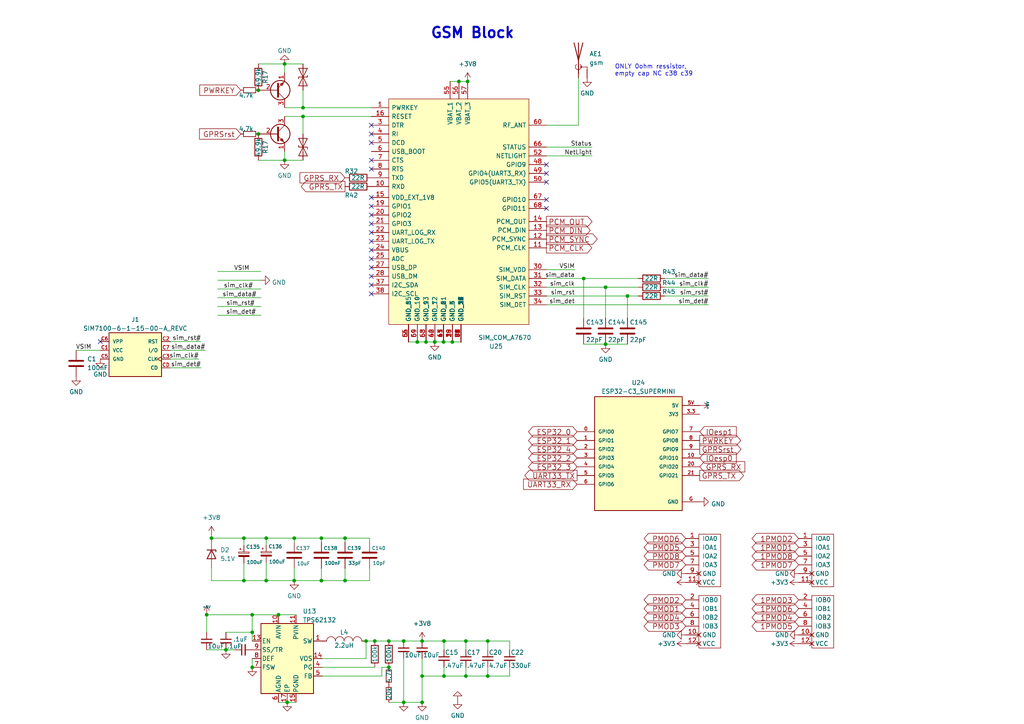
<source format=kicad_sch>
(kicad_sch (version 20230121) (generator eeschema)
  (paper "A4")
  (junction (at 126.0949 99.187))
  (junction (at 85.344 156.083))
  (junction (at 82.55 18.542))
  (junction (at 135.128 185.928))
  (junction (at 80.772 178.308))
  (junction (at 74.93 38.862))
  (junction (at 122.428 203.708))
  (junction (at 117.094 203.708))
  (junction (at 121.031 99.187))
  (junction (at 70.739 156.083))
  (junction (at 135.636 23.622))
  (junction (at 175.641 99.822))
  (junction (at 85.344 168.402))
  (junction (at 126.111 99.187))
  (junction (at 131.191 99.187))
  (junction (at 65.532 188.468))
  (junction (at 141.478 185.928))
  (junction (at 106.172 185.928))
  (junction (at 133.096 23.622))
  (junction (at 117.094 185.928))
  (junction (at 73.152 193.548))
  (junction (at 61.341 156.083))
  (junction (at 70.739 168.402))
  (junction (at 73.152 183.388))
  (junction (at 122.428 196.088))
  (junction (at 108.712 185.928))
  (junction (at 128.778 185.928))
  (junction (at 93.218 156.083))
  (junction (at 82.55 46.482))
  (junction (at 128.651 99.187))
  (junction (at 59.944 178.308))
  (junction (at 175.641 83.312))
  (junction (at 128.778 196.088))
  (junction (at 123.571 99.187))
  (junction (at 100.076 156.083))
  (junction (at 112.776 193.548))
  (junction (at 141.478 196.088))
  (junction (at 87.884 33.782))
  (junction (at 77.216 156.083))
  (junction (at 100.076 168.402))
  (junction (at 169.291 80.772))
  (junction (at 77.216 168.402))
  (junction (at 93.218 168.402))
  (junction (at 87.884 31.242))
  (junction (at 83.312 203.708))
  (junction (at 112.776 185.928))
  (junction (at 74.93 26.162))
  (junction (at 135.128 196.088))
  (junction (at 122.428 185.928))
  (junction (at 73.152 178.308))
  (junction (at 181.991 85.852))
  (no_connect (at 107.696 46.482))
  (no_connect (at 158.496 47.752))
  (no_connect (at 107.696 82.677))
  (no_connect (at 107.696 77.597))
  (no_connect (at 107.696 64.897))
  (no_connect (at 107.696 41.402))
  (no_connect (at 107.696 85.217))
  (no_connect (at 107.696 67.437))
  (no_connect (at 107.696 57.277))
  (no_connect (at 158.496 57.912))
  (no_connect (at 158.496 60.452))
  (no_connect (at 107.696 72.517))
  (no_connect (at 107.696 75.057))
  (no_connect (at 107.696 36.322))
  (no_connect (at 158.496 52.832))
  (no_connect (at 107.696 59.817))
  (no_connect (at 107.696 49.022))
  (no_connect (at 107.696 69.977))
  (no_connect (at 107.696 80.137))
  (no_connect (at 107.696 38.862))
  (no_connect (at 158.496 50.292))
  (no_connect (at 107.696 62.357))
  (no_connect (at 29.083 99.06))
  (wire (pts (xy 107.188 164.846) (xy 107.188 168.402)))
  (wire (pts (xy 175.641 83.312) (xy 185.166 83.312)))
  (wire (pts (xy 141.478 188.468) (xy 141.478 185.928)))
  (wire (pts (xy 122.428 185.928) (xy 128.778 185.928)))
  (wire (pts (xy 82.55 33.782) (xy 87.884 33.782)))
  (wire (pts (xy 80.772 203.708) (xy 83.312 203.708)))
  (wire (pts (xy 141.478 193.548) (xy 141.478 196.088)))
  (wire (pts (xy 73.152 191.008) (xy 73.152 193.548)))
  (wire (pts (xy 93.472 191.008) (xy 106.172 191.008)))
  (wire (pts (xy 107.188 157.226) (xy 107.188 156.083)))
  (wire (pts (xy 158.496 88.392) (xy 205.486 88.392)))
  (wire (pts (xy 87.884 46.482) (xy 82.55 46.482)))
  (wire (pts (xy 110.744 193.548) (xy 112.776 193.548)))
  (wire (pts (xy 158.496 83.312) (xy 175.641 83.312)))
  (wire (pts (xy 123.571 99.187) (xy 126.0949 99.187)))
  (wire (pts (xy 63.119 83.82) (xy 75.692 83.82)))
  (wire (pts (xy 70.739 163.322) (xy 70.739 168.402)))
  (wire (pts (xy 63.119 88.9) (xy 75.692 88.9)))
  (wire (pts (xy 87.884 26.162) (xy 87.884 31.242)))
  (wire (pts (xy 106.172 185.928) (xy 108.712 185.928)))
  (wire (pts (xy 181.991 85.852) (xy 185.166 85.852)))
  (wire (pts (xy 108.712 185.928) (xy 112.776 185.928)))
  (wire (pts (xy 135.128 193.548) (xy 135.128 196.088)))
  (wire (pts (xy 65.532 183.388) (xy 73.152 183.388)))
  (wire (pts (xy 169.291 80.772) (xy 185.166 80.772)))
  (wire (pts (xy 61.341 168.402) (xy 61.341 164.592)))
  (wire (pts (xy 87.884 38.862) (xy 87.884 33.782)))
  (wire (pts (xy 100.076 156.083) (xy 107.188 156.083)))
  (wire (pts (xy 85.344 156.083) (xy 85.344 157.226)))
  (wire (pts (xy 93.472 196.088) (xy 110.744 196.088)))
  (wire (pts (xy 126.0949 99.187) (xy 126.111 99.187)))
  (wire (pts (xy 63.119 86.36) (xy 75.692 86.36)))
  (wire (pts (xy 117.094 185.928) (xy 122.428 185.928)))
  (wire (pts (xy 82.55 31.242) (xy 87.884 31.242)))
  (wire (pts (xy 61.341 155.194) (xy 61.341 156.083)))
  (wire (pts (xy 117.094 203.708) (xy 112.776 203.708)))
  (wire (pts (xy 117.094 191.008) (xy 117.094 203.708)))
  (wire (pts (xy 87.884 31.242) (xy 107.696 31.242)))
  (wire (pts (xy 70.739 156.083) (xy 70.739 158.242)))
  (wire (pts (xy 65.532 188.468) (xy 68.072 188.468)))
  (wire (pts (xy 77.216 156.083) (xy 85.344 156.083)))
  (wire (pts (xy 192.786 80.772) (xy 205.486 80.772)))
  (wire (pts (xy 82.55 46.482) (xy 74.93 46.482)))
  (wire (pts (xy 49.403 106.68) (xy 58.293 106.68)))
  (wire (pts (xy 112.776 185.928) (xy 117.094 185.928)))
  (wire (pts (xy 100.076 164.846) (xy 100.076 168.402)))
  (wire (pts (xy 122.428 196.088) (xy 128.778 196.088)))
  (wire (pts (xy 158.496 36.322) (xy 167.767 36.322)))
  (wire (pts (xy 70.739 156.083) (xy 77.216 156.083)))
  (wire (pts (xy 77.216 163.195) (xy 77.216 168.402)))
  (wire (pts (xy 181.991 85.852) (xy 181.991 92.202)))
  (wire (pts (xy 126.111 99.187) (xy 128.651 99.187)))
  (wire (pts (xy 128.778 193.548) (xy 128.778 196.088)))
  (wire (pts (xy 100.076 156.083) (xy 100.076 157.226)))
  (wire (pts (xy 82.55 18.542) (xy 74.93 18.542)))
  (wire (pts (xy 87.884 18.542) (xy 82.55 18.542)))
  (wire (pts (xy 93.218 168.402) (xy 85.344 168.402)))
  (wire (pts (xy 59.944 183.388) (xy 59.944 178.308)))
  (wire (pts (xy 158.496 42.672) (xy 171.704 42.672)))
  (wire (pts (xy 141.478 196.088) (xy 147.828 196.088)))
  (wire (pts (xy 122.428 196.088) (xy 122.428 203.708)))
  (wire (pts (xy 128.778 196.088) (xy 135.128 196.088)))
  (wire (pts (xy 117.094 203.708) (xy 122.428 203.708)))
  (wire (pts (xy 73.152 185.928) (xy 73.152 183.388)))
  (wire (pts (xy 82.55 43.942) (xy 82.55 46.482)))
  (wire (pts (xy 147.828 193.548) (xy 147.828 196.088)))
  (wire (pts (xy 63.119 91.44) (xy 75.692 91.44)))
  (wire (pts (xy 133.096 23.622) (xy 135.636 23.622)))
  (wire (pts (xy 135.128 185.928) (xy 141.478 185.928)))
  (wire (pts (xy 70.739 168.402) (xy 61.341 168.402)))
  (wire (pts (xy 175.641 99.822) (xy 181.991 99.822)))
  (wire (pts (xy 158.496 80.772) (xy 169.291 80.772)))
  (wire (pts (xy 121.031 99.187) (xy 123.571 99.187)))
  (wire (pts (xy 93.472 193.548) (xy 108.712 193.548)))
  (wire (pts (xy 87.884 33.782) (xy 107.696 33.782)))
  (wire (pts (xy 128.651 99.187) (xy 131.191 99.187)))
  (wire (pts (xy 61.341 156.083) (xy 70.739 156.083)))
  (wire (pts (xy 169.291 99.822) (xy 175.641 99.822)))
  (wire (pts (xy 49.403 104.14) (xy 57.658 104.14)))
  (wire (pts (xy 106.172 191.008) (xy 106.172 185.928)))
  (wire (pts (xy 192.786 85.852) (xy 205.486 85.852)))
  (wire (pts (xy 85.344 156.083) (xy 93.218 156.083)))
  (wire (pts (xy 80.772 178.308) (xy 85.852 178.308)))
  (wire (pts (xy 85.344 168.402) (xy 77.216 168.402)))
  (wire (pts (xy 73.152 178.308) (xy 80.772 178.308)))
  (wire (pts (xy 128.778 185.928) (xy 135.128 185.928)))
  (wire (pts (xy 130.556 23.622) (xy 133.096 23.622)))
  (wire (pts (xy 158.496 78.232) (xy 166.751 78.232)))
  (wire (pts (xy 82.55 21.082) (xy 82.55 18.542)))
  (wire (pts (xy 131.191 99.187) (xy 133.731 99.187)))
  (wire (pts (xy 61.341 156.083) (xy 61.341 156.972)))
  (wire (pts (xy 93.218 164.846) (xy 93.218 168.402)))
  (wire (pts (xy 93.218 156.083) (xy 93.218 157.226)))
  (wire (pts (xy 128.778 185.928) (xy 128.778 188.468)))
  (wire (pts (xy 77.216 156.083) (xy 77.216 158.115)))
  (wire (pts (xy 169.291 80.772) (xy 169.291 92.202)))
  (wire (pts (xy 77.216 168.402) (xy 70.739 168.402)))
  (wire (pts (xy 118.491 99.187) (xy 121.031 99.187)))
  (wire (pts (xy 73.152 183.388) (xy 73.152 178.308)))
  (wire (pts (xy 93.218 156.083) (xy 100.076 156.083)))
  (wire (pts (xy 167.767 22.606) (xy 167.767 36.322)))
  (wire (pts (xy 135.128 188.468) (xy 135.128 185.928)))
  (wire (pts (xy 175.641 83.312) (xy 175.641 92.202)))
  (wire (pts (xy 192.786 83.312) (xy 205.486 83.312)))
  (wire (pts (xy 59.944 188.468) (xy 65.532 188.468)))
  (wire (pts (xy 85.344 164.846) (xy 85.344 168.402)))
  (wire (pts (xy 49.403 101.6) (xy 59.563 101.6)))
  (wire (pts (xy 147.828 188.468) (xy 147.828 185.928)))
  (wire (pts (xy 158.496 85.852) (xy 181.991 85.852)))
  (wire (pts (xy 110.744 196.088) (xy 110.744 193.548)))
  (wire (pts (xy 63.119 78.74) (xy 75.692 78.74)))
  (wire (pts (xy 49.403 99.06) (xy 58.293 99.06)))
  (wire (pts (xy 122.428 191.008) (xy 122.428 196.088)))
  (wire (pts (xy 22.098 101.6) (xy 29.083 101.6)))
  (wire (pts (xy 100.076 168.402) (xy 93.218 168.402)))
  (wire (pts (xy 135.128 196.088) (xy 141.478 196.088)))
  (wire (pts (xy 107.188 168.402) (xy 100.076 168.402)))
  (wire (pts (xy 158.496 45.212) (xy 171.704 45.212)))
  (wire (pts (xy 83.312 203.708) (xy 85.852 203.708)))
  (wire (pts (xy 59.944 178.308) (xy 73.152 178.308)))
  (wire (pts (xy 63.119 81.28) (xy 75.692 81.28)))
  (wire (pts (xy 141.478 185.928) (xy 147.828 185.928)))
  (text "ONLY 0ohm ressistor,\nempty cap NC c38 c39" (at 178.308 22.225 0) (effects (font (size 1.27 1.27)) (justify left bottom)))
  (text "GSM Block" (at 124.714 11.43 0) (effects (font (size 3 3) (thickness 0.6) bold) (justify left bottom)))
  (label "sim_rst#" (at 205.486 85.852 180))
  (label "Status" (at 171.704 42.672 180))
  (label "sim_data#" (at 205.486 80.772 180))
  (label "sim_clk#" (at 57.658 104.14 180))
  (label "sim_clk#" (at 205.486 83.312 180))
  (label "sim_rst#" (at 73.914 88.9 180))
  (label "VSIM" (at 166.751 78.232 180))
  (label "sim_data#" (at 74.422 86.36 180))
  (label "sim_det#" (at 205.486 88.392 180))
  (label "sim_det#" (at 58.293 106.68 180))
  (label "sim_clk#" (at 73.406 83.82 180))
  (label "sim_rst" (at 166.751 85.852 180))
  (label "NetLight" (at 171.704 45.212 180))
  (label "sim_rst#" (at 58.293 99.06 180))
  (label "sim_det" (at 166.751 88.392 180))
  (label "sim_data#" (at 59.563 101.6 180))
  (label "sim_det#" (at 74.295 91.44 180))
  (label "sim_clk" (at 166.751 83.312 180))
  (label "VSIM" (at 72.39 78.74 180))
  (label "sim_data" (at 166.751 80.772 180))
  (label "VSIM" (at 26.543 101.6 180))
  (global_label "1PMOD4" (shape bidirectional) (at 231.648 179.07 180) (effects (font (size 1.524 1.524))) (property "Intersheetrefs" "${INTERSHEET_REFS}" (effects hide)))
  (global_label "PMOD7" (shape bidirectional) (at 198.882 163.83 180) (effects (font (size 1.524 1.524))) (property "Intersheetrefs" "${INTERSHEET_REFS}" (effects hide)))
  (global_label "1PMOD5" (shape bidirectional) (at 231.648 181.61 180) (effects (font (size 1.524 1.524))) (property "Intersheetrefs" "${INTERSHEET_REFS}" (effects hide)))
  (global_label "PCM_SYNC" (shape output) (at 158.496 69.342 0) (effects (font (size 1.524 1.524))) (property "Intersheetrefs" "${INTERSHEET_REFS}" (effects hide)))
  (global_label "PCM_DIN" (shape output) (at 158.496 66.802 0) (effects (font (size 1.524 1.524))) (property "Intersheetrefs" "${INTERSHEET_REFS}" (effects hide)))
  (global_label "GPRSrst" (shape output) (at 202.946 130.302 0) (effects (font (size 1.524 1.524))) (property "Intersheetrefs" "${INTERSHEET_REFS}" (effects hide)))
  (global_label "1PMOD3" (shape bidirectional) (at 231.648 173.99 180) (effects (font (size 1.524 1.524))) (property "Intersheetrefs" "${INTERSHEET_REFS}" (effects hide)))
  (global_label "PMOD5" (shape bidirectional) (at 198.882 158.75 180) (effects (font (size 1.524 1.524))) (property "Intersheetrefs" "${INTERSHEET_REFS}" (effects hide)))
  (global_label "ESP32_4" (shape bidirectional) (at 167.386 130.302 180) (effects (font (size 1.523 1.523))) (property "Intersheetrefs" "${INTERSHEET_REFS}" (effects hide)))
  (global_label "PWRKEY" (shape input) (at 69.85 26.162 180) (effects (font (size 1.524 1.524))) (property "Intersheetrefs" "${INTERSHEET_REFS}" (effects hide)))
  (global_label "1PMOD1" (shape bidirectional) (at 231.648 158.75 180) (effects (font (size 1.524 1.524))) (property "Intersheetrefs" "${INTERSHEET_REFS}" (effects hide)))
  (global_label "PMOD8" (shape bidirectional) (at 198.882 161.29 180) (effects (font (size 1.524 1.524))) (property "Intersheetrefs" "${INTERSHEET_REFS}" (effects hide)))
  (global_label "GPRSrst" (shape input) (at 69.85 38.862 180) (effects (font (size 1.524 1.524))) (property "Intersheetrefs" "${INTERSHEET_REFS}" (effects hide)))
  (global_label "IOesp0" (shape input) (at 202.946 132.842 0) (effects (font (size 1.524 1.524))) (property "Intersheetrefs" "${INTERSHEET_REFS}" (effects hide)))
  (global_label "UART33_RX" (shape input) (at 167.386 140.462 180) (effects (font (size 1.524 1.524))) (property "Intersheetrefs" "${INTERSHEET_REFS}" (effects hide)))
  (global_label "1PMOD8" (shape bidirectional) (at 231.648 161.29 180) (effects (font (size 1.524 1.524))) (property "Intersheetrefs" "${INTERSHEET_REFS}" (effects hide)))
  (global_label "PWRKEY" (shape output) (at 202.946 127.762 0) (effects (font (size 1.524 1.524))) (property "Intersheetrefs" "${INTERSHEET_REFS}" (effects hide)))
  (global_label "ESP32_0" (shape bidirectional) (at 167.386 125.222 180) (effects (font (size 1.523 1.523))) (property "Intersheetrefs" "${INTERSHEET_REFS}" (effects hide)))
  (global_label "PCM_CLK" (shape output) (at 158.496 71.882 0) (effects (font (size 1.524 1.524))) (property "Intersheetrefs" "${INTERSHEET_REFS}" (effects hide)))
  (global_label "ESP32_1" (shape bidirectional) (at 167.386 127.762 180) (effects (font (size 1.523 1.523))) (property "Intersheetrefs" "${INTERSHEET_REFS}" (effects hide)))
  (global_label "1PMOD2" (shape bidirectional) (at 231.648 156.21 180) (effects (font (size 1.524 1.524))) (property "Intersheetrefs" "${INTERSHEET_REFS}" (effects hide)))
  (global_label "IOesp1" (shape input) (at 202.946 125.222 0) (effects (font (size 1.524 1.524))) (property "Intersheetrefs" "${INTERSHEET_REFS}" (effects hide)))
  (global_label "1PMOD6" (shape bidirectional) (at 231.648 176.53 180) (effects (font (size 1.524 1.524))) (property "Intersheetrefs" "${INTERSHEET_REFS}" (effects hide)))
  (global_label "PMOD4" (shape bidirectional) (at 198.882 179.07 180) (effects (font (size 1.524 1.524))) (property "Intersheetrefs" "${INTERSHEET_REFS}" (effects hide)))
  (global_label "GPRS_TX" (shape output) (at 100.076 54.102 180) (effects (font (size 1.524 1.524))) (property "Intersheetrefs" "${INTERSHEET_REFS}" (effects hide)))
  (global_label "ESP32_3" (shape bidirectional) (at 167.386 135.382 180) (effects (font (size 1.523 1.523))) (property "Intersheetrefs" "${INTERSHEET_REFS}" (effects hide)))
  (global_label "GPRS_RX" (shape input) (at 202.946 135.382 0) (effects (font (size 1.524 1.524))) (property "Intersheetrefs" "${INTERSHEET_REFS}" (effects hide)))
  (global_label "UART33_TX" (shape output) (at 167.386 137.922 180) (effects (font (size 1.524 1.524))) (property "Intersheetrefs" "${INTERSHEET_REFS}" (effects hide)))
  (global_label "PMOD2" (shape bidirectional) (at 198.882 173.99 180) (effects (font (size 1.524 1.524))) (property "Intersheetrefs" "${INTERSHEET_REFS}" (effects hide)))
  (global_label "GPRS_RX" (shape input) (at 100.076 51.562 180) (effects (font (size 1.524 1.524))) (property "Intersheetrefs" "${INTERSHEET_REFS}" (effects hide)))
  (global_label "ESP32_2" (shape bidirectional) (at 167.386 132.842 180) (effects (font (size 1.523 1.523))) (property "Intersheetrefs" "${INTERSHEET_REFS}" (effects hide)))
  (global_label "1PMOD7" (shape bidirectional) (at 231.648 163.83 180) (effects (font (size 1.524 1.524))) (property "Intersheetrefs" "${INTERSHEET_REFS}" (effects hide)))
  (global_label "PMOD1" (shape bidirectional) (at 198.882 176.53 180) (effects (font (size 1.524 1.524))) (property "Intersheetrefs" "${INTERSHEET_REFS}" (effects hide)))
  (global_label "PMOD3" (shape bidirectional) (at 198.882 181.61 180) (effects (font (size 1.524 1.524))) (property "Intersheetrefs" "${INTERSHEET_REFS}" (effects hide)))
  (global_label "PCM_OUT" (shape output) (at 158.496 64.262 0) (effects (font (size 1.524 1.524))) (property "Intersheetrefs" "${INTERSHEET_REFS}" (effects hide)))
  (global_label "PMOD6" (shape bidirectional) (at 198.882 156.21 180) (effects (font (size 1.524 1.524))) (property "Intersheetrefs" "${INTERSHEET_REFS}" (effects hide)))
  (global_label "GPRS_TX" (shape output) (at 202.946 137.922 0) (effects (font (size 1.524 1.524))) (property "Intersheetrefs" "${INTERSHEET_REFS}" (effects hide)))
  (symbol (lib_id "pmod:PMOD-Host-x2-GPIO") (at 202.692 170.18 0) (unit 1)
    (property "Reference" "PMOD1" (effects hide))
    (property "Value" "PMOD-Host-x2-GPIO" (effects hide))
    (property "Footprint" "Y!:SAMTEC-SMH-106-02-X-D" (effects hide))
  )
  (symbol (lib_id "power:+3V3") (at 231.648 168.91 90) (unit 1)
    (property "Reference" "#PWR024" (effects hide))
    (property "Value" "+3.3V" (at 226.06 168.91 90))
    (instances (project "DFTBoard" (path "" (reference "#PWR024") (unit 1)) (path "" (reference "#PWR0107") (unit 1))) (project "DFTBoard" (path "" (reference "#PWR0142") (unit 1))))
  )
  (symbol (lib_id "Device:C_Small") (at 128.778 191.008 0) (unit 1)
    (property "Reference" "C15" (at 129.032 189.23 0) (effects (justify left)))
    (property "Value" ".47uF" (at 129.032 193.04 0) (effects (justify left)))
    (property "Footprint" "Capacitor_SMD:C_0402_1005Metric" (effects hide))
    (property "MFR" "Yageo" (effects hide))
    (property "MPN" "CC0402KRX5R5BB474" (effects hide))
    (property "SPR" "Digikey" (effects hide))
    (property "SPN" "311-1684-1-ND" (effects hide))
    (instances (project "DFTBoard" (path "" (reference "C15") (unit 1)) (path "" (reference "C48") (unit 1))) (project "DFTBoard" (path "" (reference "C92") (unit 1))))
  )
  (symbol (lib_id "power:GND") (at 29.083 104.14 0) (unit 1)
    (property "Reference" "#PWR02" (effects hide))
    (property "Value" "GND" (at 29.083 108.585 0))
    (instances (project "Module_NanoSIM" (path "" (reference "#PWR02") (unit 1))) (project "DFTBoard" (path "" (reference "#PWR0328") (unit 1))) (project "DFTBoard" (path "" (reference "#PWR032") (unit 1))) (project "ph_portable_refrigerator_display_hw_v2" (path "" (reference "#PWR019") (unit 1)) (path "" (reference "#PWR030") (unit 1))))
  )
  (symbol (lib_name "Q_NPN_EBC_1") (lib_id "Device:Q_NPN_EBC") (at 91.44 38.862 0) (mirror y) (unit 1)
    (property "Reference" "Q11" (effects hide))
    (property "Value" "MMBTA14-7-F" (effects hide))
    (property "Footprint" "Package_TO_SOT_SMD:SOT-23-3" (effects hide))
    (instances (project "DFTBoard" (path "" (reference "Q11") (unit 1))) (project "DFTBoard" (path "" (reference "Q4") (unit 1))) (project "iYoshi (SPhone)" (path "" (reference "Q8") (unit 1))) (project "SmolFlight" (path "" (reference "Q3") (unit 1))))
  )
  (symbol (lib_id "Regulator_Switching:TPS62132") (at 83.312 191.008 0) (unit 1)
    (property "Reference" "U13" (at 87.8079 177.292 0) (effects (justify left)))
    (property "Value" "TPS62132" (at 87.8079 179.832 0) (effects (justify left)))
    (property "Footprint" "Package_DFN_QFN:VQFN-16-1EP_3x3mm_P0.5mm_EP1.68x1.68mm_ThermalVias" (effects hide))
    (property "Datasheet" "http://www.ti.com/lit/ds/symlink/tps62130.pdf" (effects hide))
    (instances (project "DFTBoard" (path "" (reference "U13") (unit 1))) (project "DFTBoard" (path "" (reference "U6") (unit 1))))
  )
  (symbol (lib_id "ph_lib:C0805") (at 93.218 161.036 0) (unit 1)
    (property "Reference" "C138" (at 93.853 159.004 0) (effects (font (size 1 1)) (justify left)))
    (property "Value" "100nF" (at 94.107 163.322 0) (effects (font (size 1 1)) (justify left)))
    (property "Footprint" "Capacitor_SMD:C_0805_2012Metric" (effects hide))
    (property "Desc" "Capacitor SMD Ceramic 0805" (effects hide))
    (property "Link" "http://www.dientuachau.com/ceramic-0805" (effects hide))
    (instances (project "DFTBoard" (path "" (reference "C138") (unit 1))) (project "DFTBoard" (path "" (reference "C64") (unit 1))) (project "ph_portable_refrigerator_v2_hw" (path "" (reference "C32") (unit 1)) (path "" (reference "C45") (unit 1))))
  )
  (symbol (lib_id "power:GND") (at 117.094 203.708 0) (unit 1)
    (property "Reference" "#PWR05" (effects hide))
    (property "Value" "GND" (effects hide))
    (instances (project "DFTBoard" (path "" (reference "#PWR05") (unit 1)) (path "" (reference "#PWR0315") (unit 1))) (project "DFTBoard" (path "" (reference "#PWR066") (unit 1))))
  )
  (symbol (lib_id "Device:C_Small") (at 122.428 188.468 0) (unit 1)
    (property "Reference" "C3" (effects hide))
    (property "Value" "10uF" (at 122.682 189.992 0) (effects (justify left)))
    (property "Footprint" "Capacitor_SMD:C_0603_1608Metric" (effects hide))
    (property "MFR" "Murata" (effects hide))
    (property "MPN" "GRM188R61A106KE69J" (effects hide))
    (property "SPR" "Digikey" (effects hide))
    (property "SPN" "490-14372-1-ND" (effects hide))
    (instances (project "DFTBoard" (path "" (reference "C3") (unit 1)) (path "" (reference "C111") (unit 1))) (project "DFTBoard" (path "" (reference "C91") (unit 1))))
  )
  (symbol (lib_id "ph_lib:C0805") (at 107.188 161.036 0) (unit 1)
    (property "Reference" "C140" (at 107.823 159.004 0) (effects (font (size 1 1)) (justify left)))
    (property "Value" "10pF" (at 108.077 163.322 0) (effects (font (size 1 1)) (justify left)))
    (property "Footprint" "Capacitor_SMD:C_0805_2012Metric" (effects hide))
    (property "Desc" "Capacitor SMD Ceramic 0805" (effects hide))
    (property "Link" "http://www.dientuachau.com/ceramic-0805" (effects hide))
    (instances (project "DFTBoard" (path "" (reference "C140") (unit 1))) (project "DFTBoard" (path "" (reference "C89") (unit 1))) (project "ph_portable_refrigerator_v2_hw" (path "" (reference "C32") (unit 1)) (path "" (reference "C48") (unit 1))))
  )
  (symbol (lib_id "power:GND") (at 170.307 22.606 0) (unit 1)
    (property "Reference" "#PWR02" (effects hide))
    (property "Value" "GND" (at 170.307 27.051 0))
    (instances (project "Module_NanoSIM" (path "" (reference "#PWR02") (unit 1))) (project "DFTBoard" (path "" (reference "#PWR0296") (unit 1))) (project "DFTBoard" (path "" (reference "#PWR083") (unit 1))) (project "ph_portable_refrigerator_display_hw_v2" (path "" (reference "#PWR019") (unit 1)) (path "" (reference "#PWR030") (unit 1))))
  )
  (symbol (lib_id "Device:R_Small") (at 112.776 201.168 0) (unit 1)
    (property "Reference" "R91" (effects hide))
    (property "Value" "20k" (at 112.776 201.168 90))
    (property "Footprint" "Resistor_SMD:R_0402_1005Metric" (effects hide))
    (property "MFR" "Yageo" (effects hide))
    (property "MPN" "RT0402BRD0720KL" (effects hide))
    (property "SPR" "Digikey" (effects hide))
    (property "SPN" "YAG1388CT-ND" (effects hide))
    (property "SPURL" "-" (effects hide))
    (instances (project "DFTBoard" (path "" (reference "R91") (unit 1)) (path "" (reference "R?") (unit 1)) (path "" (reference "R23") (unit 1))) (project "DFTBoard" (path "" (reference "R29") (unit 1))))
  )
  (symbol (lib_id "ph_lib:CP_Tatanlum_1206") (at 77.216 160.655 0) (unit 1)
    (property "Reference" "C136" (at 77.851 158.496 0) (effects (font (size 1 1)) (justify left)))
    (property "Value" "100uF" (at 77.978 162.941 0) (effects (font (size 1 1)) (justify left)))
    (property "Footprint" "Capacitor_Tantalum_SMD:CP_EIA-6032-15_Kemet-U" (effects hide))
    (property "Desc" "SMD Tantalum Capacitor" (effects hide))
    (property "Link" "http://www.tme.vn/Products.aspx?cateId=258" (effects hide))
    (instances (project "DFTBoard" (path "" (reference "C136") (unit 1))) (project "DFTBoard" (path "" (reference "C44") (unit 1))) (project "ph_portable_refrigerator_v2_hw" (path "" (reference "C31") (unit 1)) (path "" (reference "C20") (unit 1))))
  )
  (symbol (lib_id "new shii:ESP32-C3_SUPERMINI") (at 185.166 130.302 0) (unit 1)
    (property "Reference" "U24" (at 185.166 110.998 0))
    (property "Value" "ESP32-C3_SUPERMINI" (at 185.166 113.538 0))
    (property "Footprint" "Y!:MODULE_ESP32-C3_SUPERMINI" (effects hide))
    (property "MF" "Espressif Systems" (effects hide))
    (property "MAXIMUM_PACKAGE_HEIGHT" "4.2mm" (effects hide))
    (property "Package" "Package" (effects hide))
    (property "Price" "None" (effects hide))
    (property "Check_prices" "https://www.snapeda.com/parts/ESP32-C3%20SuperMini/Espressif+Systems/view-part/?ref=eda" (effects hide))
    (property "STANDARD" "Manufacturer Recommendations" (effects hide))
    (property "SnapEDA_Link" "https://www.snapeda.com/parts/ESP32-C3%20SuperMini/Espressif+Systems/view-part/?ref=snap" (effects hide))
    (property "MP" "ESP32-C3 SuperMini" (effects hide))
    (property "Description" "\nSuper tiny ESP32-C3 board\n" (effects hide))
    (property "Availability" "Not in stock" (effects hide))
    (property "MANUFACTURER" "Espressif" (effects hide))
    (instances (project "DFTBoard" (path "" (reference "U24") (unit 1))) (project "DFTBoard" (path "" (reference "U14") (unit 1))))
  )
  (symbol (lib_id "power:GND") (at 231.648 184.15 270) (mirror x) (unit 1)
    (property "Reference" "#PWR0128" (effects hide))
    (property "Value" "GND" (at 226.822 184.15 90))
    (instances (project "DFTBoard" (path "" (reference "#PWR0128") (unit 1)) (path "" (reference "#PWR0139") (unit 1))) (project "DFTBoard" (path "" (reference "#PWR0115") (unit 1))) (project "DFTBoard" (path "" (reference "#PWR0143") (unit 1))))
  )
  (symbol (lib_id "sim7670:SIM_COM_A7670") (at 133.096 89.662 0) (unit 1)
    (property "Reference" "U25" (at 143.891 100.457 0))
    (property "Value" "SIM_COM_A7670" (at 146.431 97.917 0))
    (property "Footprint" "Y!:A7670C" (effects hide))
    (property "Datasheet" "http://nostris.ee/pdf/A7670%20Series%20Hardware%20Design_V1.00.pdf" (effects hide))
    (property "Description" "A7670 Series Hardware Design" (effects hide))
    (property "Height" "2.7" (effects hide))
    (property "Manufacturer_Name" "Sim Com" (effects hide))
    (property "Manufacturer_Part_Number" "SIM COM A7670" (effects hide))
    (instances (project "DFTBoard" (path "" (reference "U25") (unit 1))) (project "DFTBoard" (path "" (reference "U13") (unit 1))) (project "ph_portable_refrigerator_v2_hw" (path "" (reference "U10") (unit 1)) (path "" (reference "U8") (unit 1))))
  )
  (symbol (lib_id "ph_lib:C0805") (at 100.076 161.036 0) (unit 1)
    (property "Reference" "C139" (at 100.711 159.004 0) (effects (font (size 1 1)) (justify left)))
    (property "Value" "33pF" (at 100.965 163.322 0) (effects (font (size 1 1)) (justify left)))
    (property "Footprint" "Capacitor_SMD:C_0805_2012Metric" (effects hide))
    (property "Desc" "Capacitor SMD Ceramic 0805" (effects hide))
    (property "Link" "http://www.dientuachau.com/ceramic-0805" (effects hide))
    (instances (project "DFTBoard" (path "" (reference "C139") (unit 1))) (project "DFTBoard" (path "" (reference "C88") (unit 1))) (project "ph_portable_refrigerator_v2_hw" (path "" (reference "C32") (unit 1)) (path "" (reference "C46") (unit 1))))
  )
  (symbol (lib_id "power:GND") (at 83.312 203.708 0) (unit 1)
    (property "Reference" "#PWR05" (effects hide))
    (property "Value" "GND" (effects hide))
    (instances (project "DFTBoard" (path "" (reference "#PWR05") (unit 1)) (path "" (reference "#PWR0314") (unit 1))) (project "DFTBoard" (path "" (reference "#PWR063") (unit 1))))
  )
  (symbol (lib_id "power:+3V3") (at 198.882 168.91 90) (unit 1)
    (property "Reference" "#PWR024" (effects hide))
    (property "Value" "+3.3V" (effects hide))
    (instances (project "DFTBoard" (path "" (reference "#PWR024") (unit 1)) (path "" (reference "#PWR0117") (unit 1))) (project "DFTBoard" (path "" (reference "#PWR0142") (unit 1))))
  )
  (symbol (lib_id "Device:R") (at 74.93 42.672 0) (unit 1)
    (property "Reference" "R17" (at 76.962 42.672 90))
    (property "Value" "49.9k" (at 74.93 42.672 90))
    (property "Footprint" "Resistor_SMD:R_0402_1005Metric" (effects hide))
    (property "MFR" "Yageo" (effects hide))
    (property "MPN" "RC0402FR-0749K9L" (effects hide))
    (property "SPR" "Digikey" (effects hide))
    (property "SPN" "311-49.9KLRCT-ND" (effects hide))
    (instances (project "DFTBoard" (path "" (reference "R17") (unit 1)) (path "" (reference "R116") (unit 1))) (project "DFTBoard" (path "" (reference "R31") (unit 1)) (path "" (reference "R17") (unit 1))))
  )
  (symbol (lib_id "ph_lib:C0805") (at 175.641 96.012 0) (unit 1)
    (property "Reference" "C144" (at 176.276 93.472 0) (effects (justify left)))
    (property "Value" "22pF" (at 176.276 98.552 0) (effects (justify left)))
    (property "Footprint" "Resistor_SMD:R_0805_2012Metric" (effects hide))
    (property "Desc" "Capacitor SMD Ceramic 0805" (effects hide))
    (property "Link" "http://www.dientuachau.com/ceramic-0805" (effects hide))
    (instances (project "DFTBoard" (path "" (reference "C144") (unit 1))) (project "DFTBoard" (path "" (reference "C134") (unit 1))) (project "ph_portable_refrigerator_v2_hw" (path "" (reference "C36") (unit 1)) (path "" (reference "C33") (unit 1))))
  )
  (symbol (lib_id "Device:R") (at 74.93 22.352 0) (mirror x) (unit 1)
    (property "Reference" "R17" (at 76.962 22.352 90))
    (property "Value" "49.9k" (at 74.93 22.352 90))
    (property "Footprint" "Resistor_SMD:R_0402_1005Metric" (effects hide))
    (property "MFR" "Yageo" (effects hide))
    (property "MPN" "RC0402FR-0749K9L" (effects hide))
    (property "SPR" "Digikey" (effects hide))
    (property "SPN" "311-49.9KLRCT-ND" (effects hide))
    (instances (project "DFTBoard" (path "" (reference "R17") (unit 1)) (path "" (reference "R29") (unit 1))) (project "DFTBoard" (path "" (reference "R31") (unit 1)) (path "" (reference "R16") (unit 1))))
  )
  (symbol (lib_id "Diode:ESD9B5.0ST5G") (at 87.884 42.672 90) (unit 1)
    (property "Reference" "D11" (effects hide))
    (property "Value" "ESD9B5.0ST5G" (effects hide))
    (property "Footprint" "Diode_SMD:D_SOD-923" (effects hide))
    (property "Datasheet" "https://www.onsemi.com/pub/Collateral/ESD9B-D.PDF" (effects hide))
    (instances (project "DFTBoard" (path "" (reference "D11") (unit 1))) (project "DFTBoard" (path "" (reference "D9") (unit 1))))
  )
  (symbol (lib_id "Device:R_Small") (at 112.776 196.088 0) (mirror y) (unit 1)
    (property "Reference" "R9" (effects hide))
    (property "Value" "4.7k" (at 112.776 198.12 90) (effects (justify left)))
    (property "Footprint" "Resistor_SMD:R_0402_1005Metric" (effects hide))
    (property "MFR" "Yageo" (effects hide))
    (property "MPN" "RC0402JR-074K7L" (effects hide))
    (property "SPR" "Digikey" (effects hide))
    (property "SPN" "311-4.7KJRCT-ND" (effects hide))
    (property "SPURL" "-" (effects hide))
    (instances (project "DFTBoard" (path "" (reference "R9") (unit 1)) (path "" (reference "R?") (unit 1)) (path "" (reference "R24") (unit 1))) (project "DFTBoard" (path "" (reference "R27") (unit 1))))
  )
  (symbol (lib_id "Device:C_Small") (at 141.478 191.008 0) (unit 1)
    (property "Reference" "C20" (at 141.732 189.23 0) (effects (justify left)))
    (property "Value" "4.7uF" (at 141.732 193.04 0) (effects (justify left)))
    (property "Footprint" "Capacitor_SMD:C_0402_1005Metric" (effects hide))
    (property "MFR" "Murata" (effects hide))
    (property "MPN" "GRM155R60G475ME47D" (effects hide))
    (property "SPR" "Digikey" (effects hide))
    (property "SPN" "490-11980-1-ND" (effects hide))
    (instances (project "DFTBoard" (path "" (reference "C20") (unit 1)) (path "" (reference "C132") (unit 1))) (project "DFTBoard" (path "" (reference "C124") (unit 1))))
  )
  (symbol (lib_id "ph_lib:R0805") (at 188.976 83.312 90) (unit 1)
    (property "Reference" "R44" (at 195.961 82.042 90) (effects (justify left)))
    (property "Value" "22R" (at 190.881 83.312 90) (effects (justify left)))
    (property "Footprint" "Resistor_SMD:R_0805_2012Metric" (effects hide))
    (property "Desc" "Resistor SMD 0805" (effects hide))
    (property "Link" "http://www.dientuachau.com/res-1-0805" (effects hide))
    (instances (project "DFTBoard" (path "" (reference "R44") (unit 1))) (project "DFTBoard" (path "" (reference "R32") (unit 1))) (project "ph_portable_refrigerator_v2_hw" (path "" (reference "R42") (unit 1)) (path "" (reference "R41") (unit 1))))
  )
  (symbol (lib_id "ph_lib:C0805") (at 181.991 96.012 0) (unit 1)
    (property "Reference" "C145" (at 182.626 93.472 0) (effects (justify left)))
    (property "Value" "22pF" (at 182.626 98.552 0) (effects (justify left)))
    (property "Footprint" "Resistor_SMD:R_0805_2012Metric" (effects hide))
    (property "Desc" "Capacitor SMD Ceramic 0805" (effects hide))
    (property "Link" "http://www.dientuachau.com/ceramic-0805" (effects hide))
    (instances (project "DFTBoard" (path "" (reference "C145") (unit 1))) (project "DFTBoard" (path "" (reference "C135") (unit 1))) (project "ph_portable_refrigerator_v2_hw" (path "" (reference "C37") (unit 1)) (path "" (reference "C34") (unit 1))))
  )
  (symbol (lib_id "Device:R") (at 108.712 189.738 180) (unit 1)
    (property "Reference" "R5" (effects hide))
    (property "Value" "100k" (at 108.712 189.738 90))
    (property "Footprint" "Resistor_SMD:R_0402_1005Metric" (effects hide))
    (property "MFR" "Yageo" (effects hide))
    (property "MPN" "RC0402FR-07100KL" (effects hide))
    (property "SPR" "Digikey" (effects hide))
    (property "SPN" "311-100KLRTR-ND" (effects hide))
    (instances (project "DFTBoard" (path "" (reference "R5") (unit 1)) (path "" (reference "R?") (unit 1)) (path "" (reference "R22") (unit 1))) (project "DFTBoard" (path "" (reference "R23") (unit 1))))
  )
  (symbol (lib_id "Device:C_Small") (at 65.532 185.928 0) (unit 1)
    (property "Reference" "C16" (effects hide))
    (property "Value" ".1uF" (at 65.786 187.452 0) (effects (justify left)))
    (property "Footprint" "Capacitor_SMD:C_0402_1005Metric" (effects hide))
    (property "MFR" "Yageo" (effects hide))
    (property "MPN" "CC0402KRX7R6BB104" (effects hide))
    (property "SPR" "Digikey" (effects hide))
    (property "SPN" "311-1345-1-ND" (effects hide))
    (instances (project "DFTBoard" (path "" (reference "C16") (unit 1)) (path "" (reference "C64") (unit 1))) (project "DFTBoard" (path "" (reference "C36") (unit 1))))
  )
  (symbol (lib_id "power:GND") (at 73.152 193.548 0) (unit 1)
    (property "Reference" "#PWR05" (effects hide))
    (property "Value" "GND" (effects hide))
    (instances (project "DFTBoard" (path "" (reference "#PWR05") (unit 1)) (path "" (reference "#PWR0311") (unit 1))) (project "DFTBoard" (path "" (reference "#PWR036") (unit 1))))
  )
  (symbol (lib_id "power:GND") (at 85.344 168.402 0) (unit 1)
    (property "Reference" "#PWR0300" (effects hide))
    (property "Value" "GND" (at 85.344 172.847 0))
    (instances (project "DFTBoard" (path "" (reference "#PWR0300") (unit 1))) (project "DFTBoard" (path "" (reference "#PWR064") (unit 1))) (project "ph_portable_refrigerator_v2_hw" (path "" (reference "#PWR044") (unit 1)) (path "" (reference "#PWR043") (unit 1))))
  )
  (symbol (lib_id "power:GND") (at 126.0949 99.187 0) (unit 1)
    (property "Reference" "#PWR02" (effects hide))
    (property "Value" "GND" (at 126.0949 103.632 0))
    (instances (project "Module_NanoSIM" (path "" (reference "#PWR02") (unit 1))) (project "DFTBoard" (path "" (reference "#PWR0302") (unit 1))) (project "DFTBoard" (path "" (reference "#PWR076") (unit 1))) (project "ph_portable_refrigerator_display_hw_v2" (path "" (reference "#PWR019") (unit 1)) (path "" (reference "#PWR030") (unit 1))))
  )
  (symbol (lib_id "power:GND") (at 82.55 46.482 0) (unit 1)
    (property "Reference" "#PWR02" (effects hide))
    (property "Value" "GND" (at 82.55 50.927 0))
    (instances (project "Module_NanoSIM" (path "" (reference "#PWR02") (unit 1))) (project "DFTBoard" (path "" (reference "#PWR0297") (unit 1))) (project "DFTBoard" (path "" (reference "#PWR062") (unit 1))) (project "ph_portable_refrigerator_display_hw_v2" (path "" (reference "#PWR019") (unit 1)) (path "" (reference "#PWR030") (unit 1))))
  )
  (symbol (lib_id "ph_lib:CP_Tatanlum_1206") (at 70.739 160.782 0) (unit 1)
    (property "Reference" "C135" (at 71.374 158.623 0) (effects (font (size 1 1)) (justify left)))
    (property "Value" "100uF" (at 71.501 163.068 0) (effects (font (size 1 1)) (justify left)))
    (property "Footprint" "Capacitor_Tantalum_SMD:CP_EIA-6032-15_Kemet-U" (effects hide))
    (property "Desc" "SMD Tantalum Capacitor" (effects hide))
    (property "Link" "http://www.tme.vn/Products.aspx?cateId=258" (effects hide))
    (instances (project "DFTBoard" (path "" (reference "C135") (unit 1))) (project "DFTBoard" (path "" (reference "C40") (unit 1))) (project "ph_portable_refrigerator_v2_hw" (path "" (reference "C31") (unit 1)) (path "" (reference "C47") (unit 1))))
  )
  (symbol (lib_id "power:+3V8") (at 135.636 23.622 0) (unit 1)
    (property "Reference" "#PWR0310" (effects hide))
    (property "Value" "+3V8" (at 135.636 18.542 0))
    (instances (project "DFTBoard" (path "" (reference "#PWR0310") (unit 1))) (project "DFTBoard" (path "" (reference "#PWR080") (unit 1))) (project "ph_portable_refrigerator_v2_hw" (path "" (reference "#PWR069") (unit 1)) (path "" (reference "#PWR074") (unit 1))))
  )
  (symbol (lib_id "power:GND") (at 231.648 166.37 270) (mirror x) (unit 1)
    (property "Reference" "#PWR0128" (effects hide))
    (property "Value" "GND" (at 226.822 166.37 90))
    (instances (project "DFTBoard" (path "" (reference "#PWR0128") (unit 1)) (path "" (reference "#PWR0140") (unit 1))) (project "DFTBoard" (path "" (reference "#PWR0104") (unit 1))) (project "DFTBoard" (path "" (reference "#PWR0141") (unit 1))))
  )
  (symbol (lib_id "power:GND") (at 198.882 166.37 270) (mirror x) (unit 1)
    (property "Reference" "#PWR0128" (effects hide))
    (property "Value" "GND" (at 194.056 166.37 90))
    (instances (project "DFTBoard" (path "" (reference "#PWR0128") (unit 1)) (path "" (reference "#PWR0140") (unit 1))) (project "DFTBoard" (path "" (reference "#PWR088") (unit 1))))
  )
  (symbol (lib_id "Device:C_Small") (at 70.612 188.468 90) (unit 1)
    (property "Reference" "C16" (effects hide))
    (property "Value" ".1uF" (at 71.882 185.42 90) (effects (justify left)))
    (property "Footprint" "Capacitor_SMD:C_0402_1005Metric" (effects hide))
    (property "MFR" "Yageo" (effects hide))
    (property "MPN" "CC0402KRX7R6BB104" (effects hide))
    (property "SPR" "Digikey" (effects hide))
    (property "SPN" "311-1345-1-ND" (effects hide))
    (instances (project "DFTBoard" (path "" (reference "C16") (unit 1)) (path "" (reference "C88") (unit 1))) (project "DFTBoard" (path "" (reference "C37") (unit 1))))
  )
  (symbol (lib_id "Device:R_Small") (at 72.39 26.162 90) (mirror x) (unit 1)
    (property "Reference" "R8" (effects hide))
    (property "Value" "4.7k" (at 73.533 27.6606 90) (effects (justify left)))
    (property "Footprint" "Resistor_SMD:R_0402_1005Metric" (effects hide))
    (property "MFR" "Yageo" (effects hide))
    (property "MPN" "RC0402JR-074K7L" (effects hide))
    (property "SPR" "Digikey" (effects hide))
    (property "SPN" "311-4.7KJRCT-ND" (effects hide))
    (property "SPURL" "-" (effects hide))
    (instances (project "DFTBoard" (path "" (reference "R8") (unit 1)) (path "" (reference "R?") (unit 1)) (path "" (reference "R28") (unit 1))) (project "DFTBoard" (path "" (reference "R12") (unit 1))))
  )
  (symbol (lib_id "power:+3V8") (at 61.341 155.194 0) (unit 1)
    (property "Reference" "#PWR0292" (effects hide))
    (property "Value" "+3V8" (at 61.341 150.114 0))
    (instances (project "DFTBoard" (path "" (reference "#PWR0292") (unit 1))) (project "DFTBoard" (path "" (reference "#PWR034") (unit 1))) (project "ph_portable_refrigerator_v2_hw" (path "" (reference "#PWR063") (unit 1)) (path "" (reference "#PWR0117") (unit 1))))
  )
  (symbol (lib_id "Diode:ESD9B5.0ST5G") (at 87.884 22.352 90) (mirror x) (unit 1)
    (property "Reference" "D10" (effects hide))
    (property "Value" "ESD9B5.0ST5G" (effects hide))
    (property "Footprint" "Diode_SMD:D_SOD-923" (effects hide))
    (property "Datasheet" "https://www.onsemi.com/pub/Collateral/ESD9B-D.PDF" (effects hide))
    (instances (project "DFTBoard" (path "" (reference "D10") (unit 1))) (project "DFTBoard" (path "" (reference "D8") (unit 1))))
  )
  (symbol (lib_id "ph_lib:R0805") (at 103.886 54.102 90) (unit 1)
    (property "Reference" "R42" (at 103.886 56.642 90) (effects (justify left)))
    (property "Value" "22R" (at 105.791 54.102 90) (effects (justify left)))
    (property "Footprint" "Resistor_SMD:R_0805_2012Metric" (effects hide))
    (property "Desc" "Resistor SMD 0805" (effects hide))
    (property "Link" "http://www.dientuachau.com/res-1-0805" (effects hide))
    (instances (project "DFTBoard" (path "" (reference "R42") (unit 1))) (project "DFTBoard" (path "" (reference "R22") (unit 1))) (project "ph_portable_refrigerator_v2_hw" (path "" (reference "R33") (unit 1)) (path "" (reference "R33") (unit 1))))
  )
  (symbol (lib_id "Device:R") (at 112.776 189.738 180) (unit 1)
    (property "Reference" "R5" (effects hide))
    (property "Value" "100k" (at 112.776 189.738 90))
    (property "Footprint" "Resistor_SMD:R_0402_1005Metric" (effects hide))
    (property "MFR" "Yageo" (effects hide))
    (property "MPN" "RC0402FR-07100KL" (effects hide))
    (property "SPR" "Digikey" (effects hide))
    (property "SPN" "311-100KLRTR-ND" (effects hide))
    (instances (project "DFTBoard" (path "" (reference "R5") (unit 1)) (path "" (reference "R?") (unit 1)) (path "" (reference "R27") (unit 1))) (project "DFTBoard" (path "" (reference "R24") (unit 1))))
  )
  (symbol (lib_id "DFTBoard-rescue:INDUCTOR_SMALL_P-") (at 99.822 185.928 0) (unit 1)
    (property "Reference" "L4" (at 99.822 183.388 0))
    (property "Value" "2.2uH" (at 99.822 187.198 0))
    (property "Footprint" "Capacitor_SMD:C_1812_4532Metric" (effects hide))
    (property "MFR" "Murata" (effects hide))
    (property "MPN" "LQH43PN2R2M26L" (effects hide))
    (property "SPR" "Digikey" (effects hide))
    (property "SPN" "490-12049-1-ND" (effects hide))
    (instances (project "DFTBoard" (path "" (reference "L4") (unit 1)) (path "" (reference "L6") (unit 1))) (project "DFTBoard" (path "" (reference "L5") (unit 1))))
  )
  (symbol (lib_id "power:GND") (at 122.428 203.708 0) (unit 1)
    (property "Reference" "#PWR0186" (effects hide))
    (property "Value" "GND" (at 122.428 208.153 0))
    (instances (project "DFTBoard" (path "" (reference "#PWR0186") (unit 1))) (project "DFTBoard" (path "" (reference "#PWR070") (unit 1))) (project "ph_portable_refrigerator_v2_hw" (path "" (reference "#PWR068") (unit 1)) (path "" (reference "#PWR069") (unit 1))))
  )
  (symbol (lib_name "Q_NPN_EBC_1") (lib_id "Device:Q_NPN_EBC") (at 91.44 26.162 180) (unit 1)
    (property "Reference" "Q2" (effects hide))
    (property "Value" "MMBTA14-7-F" (effects hide))
    (property "Footprint" "Package_TO_SOT_SMD:SOT-23-3" (effects hide))
    (instances (project "DFTBoard" (path "" (reference "Q2") (unit 1))) (project "DFTBoard" (path "" (reference "Q2") (unit 1))) (project "iYoshi (SPhone)" (path "" (reference "Q8") (unit 1))) (project "SmolFlight" (path "" (reference "Q3") (unit 1))))
  )
  (symbol (lib_id "power:+3V8") (at 122.428 185.928 0) (unit 1)
    (property "Reference" "#PWR0312" (effects hide))
    (property "Value" "+3V8" (at 122.428 180.848 0))
    (instances (project "DFTBoard" (path "" (reference "#PWR0312") (unit 1))) (project "DFTBoard" (path "" (reference "#PWR068") (unit 1))) (project "ph_portable_refrigerator_v2_hw" (path "" (reference "#PWR063") (unit 1)) (path "" (reference "#PWR0117") (unit 1))))
  )
  (symbol (lib_id "ph_lib:C0805") (at 85.344 161.036 0) (unit 1)
    (property "Reference" "C137" (at 85.852 159.004 0) (effects (font (size 1 1)) (justify left)))
    (property "Value" "10uF" (at 86.106 163.449 0) (effects (font (size 1 1)) (justify left)))
    (property "Footprint" "Capacitor_SMD:C_0805_2012Metric" (effects hide))
    (property "Desc" "Capacitor SMD Ceramic 0805" (effects hide))
    (property "Link" "http://www.dientuachau.com/ceramic-0805" (effects hide))
    (instances (project "DFTBoard" (path "" (reference "C137") (unit 1))) (project "DFTBoard" (path "" (reference "C63") (unit 1))) (project "ph_portable_refrigerator_v2_hw" (path "" (reference "C32") (unit 1)) (path "" (reference "C29") (unit 1))))
  )
  (symbol (lib_id "power:GND") (at 75.692 81.28 90) (unit 1)
    (property "Reference" "#PWR0303" (effects hide))
    (property "Value" "GND" (at 78.867 81.915 90) (effects (justify right)))
    (instances (project "DFTBoard" (path "" (reference "#PWR0303") (unit 1))) (project "DFTBoard" (path "" (reference "#PWR050") (unit 1))) (project "ph_portable_refrigerator_v2_hw" (path "" (reference "#PWR08") (unit 1)) (path "" (reference "#PWR063") (unit 1))))
  )
  (symbol (lib_id "ph_lib:R0805") (at 188.976 85.852 90) (unit 1)
    (property "Reference" "R45" (at 195.961 84.582 90) (effects (justify left)))
    (property "Value" "22R" (at 190.881 85.852 90) (effects (justify left)))
    (property "Footprint" "Resistor_SMD:R_0805_2012Metric" (effects hide))
    (property "Desc" "Resistor SMD 0805" (effects hide))
    (property "Link" "http://www.dientuachau.com/res-1-0805" (effects hide))
    (instances (project "DFTBoard" (path "" (reference "R45") (unit 1))) (project "DFTBoard" (path "" (reference "R42") (unit 1))) (project "ph_portable_refrigerator_v2_hw" (path "" (reference "R43") (unit 1)) (path "" (reference "R42") (unit 1))))
  )
  (symbol (lib_id "power:GND") (at 132.7394 203.1045 0) (unit 1)
    (property "Reference" "#PWR0187" (effects hide))
    (property "Value" "GND" (at 132.7394 207.5495 0))
    (instances (project "DFTBoard" (path "" (reference "#PWR0187") (unit 1))) (project "DFTBoard" (path "" (reference "#PWR077") (unit 1))) (project "ph_portable_refrigerator_v2_hw" (path "" (reference "#PWR068") (unit 1)) (path "" (reference "#PWR069") (unit 1))))
  )
  (symbol (lib_id "power:+3V3") (at 198.882 186.69 90) (unit 1)
    (property "Reference" "#PWR024" (effects hide))
    (property "Value" "+3.3V" (at 193.294 186.69 90))
    (instances (project "DFTBoard" (path "" (reference "#PWR024") (unit 1)) (path "" (reference "#PWR0118") (unit 1))) (project "DFTBoard" (path "" (reference "#PWR0144") (unit 1))))
  )
  (symbol (lib_id "Device:C_Small") (at 135.128 191.008 0) (unit 1)
    (property "Reference" "C17" (at 135.382 189.23 0) (effects (justify left)))
    (property "Value" ".47uF" (at 135.382 193.04 0) (effects (justify left)))
    (property "Footprint" "Capacitor_SMD:C_0402_1005Metric" (effects hide))
    (property "MFR" "Yageo" (effects hide))
    (property "MPN" "CC0402KRX5R5BB474" (effects hide))
    (property "SPR" "Digikey" (effects hide))
    (property "SPN" "311-1684-1-ND" (effects hide))
    (instances (project "DFTBoard" (path "" (reference "C17") (unit 1)) (path "" (reference "C49") (unit 1))) (project "DFTBoard" (path "" (reference "C107") (unit 1))))
  )
  (symbol (lib_id "power:GND") (at 22.098 109.22 0) (unit 1)
    (property "Reference" "#PWR01" (effects hide))
    (property "Value" "GND" (at 22.098 113.665 0))
    (instances (project "Module_NanoSIM" (path "" (reference "#PWR01") (unit 1))) (project "DFTBoard" (path "" (reference "#PWR0327") (unit 1))) (project "DFTBoard" (path "" (reference "#PWR030") (unit 1))) (project "ph_portable_refrigerator_display_hw_v2" (path "" (reference "#PWR04") (unit 1)) (path "" (reference "#PWR08") (unit 1))))
  )
  (symbol (lib_id "ph_lib:R0805") (at 103.886 51.562 90) (unit 1)
    (property "Reference" "R32" (at 103.886 49.657 90) (effects (justify left)))
    (property "Value" "22R" (at 105.791 51.562 90) (effects (justify left)))
    (property "Footprint" "Resistor_SMD:R_0805_2012Metric" (effects hide))
    (property "Desc" "Resistor SMD 0805" (effects hide))
    (property "Link" "http://www.dientuachau.com/res-1-0805" (effects hide))
    (instances (project "DFTBoard" (path "" (reference "R32") (unit 1))) (project "DFTBoard" (path "" (reference "R18") (unit 1))) (project "ph_portable_refrigerator_v2_hw" (path "" (reference "R29") (unit 1)) (path "" (reference "R29") (unit 1))))
  )
  (symbol (lib_id "ph_lib:R0805") (at 188.976 80.772 90) (unit 1)
    (property "Reference" "R43" (at 195.961 78.867 90) (effects (justify left)))
    (property "Value" "22R" (at 190.881 80.772 90) (effects (justify left)))
    (property "Footprint" "Resistor_SMD:R_0805_2012Metric" (effects hide))
    (property "Desc" "Resistor SMD 0805" (effects hide))
    (property "Link" "http://www.dientuachau.com/res-1-0805" (effects hide))
    (instances (project "DFTBoard" (path "" (reference "R43") (unit 1))) (project "DFTBoard" (path "" (reference "R30") (unit 1))) (project "ph_portable_refrigerator_v2_hw" (path "" (reference "R41") (unit 1)) (path "" (reference "R40") (unit 1))))
  )
  (symbol (lib_id "power:GND") (at 198.882 184.15 270) (mirror x) (unit 1)
    (property "Reference" "#PWR0128" (effects hide))
    (property "Value" "GND" (at 194.056 184.15 90))
    (instances (project "DFTBoard" (path "" (reference "#PWR0128") (unit 1)) (path "" (reference "#PWR0139") (unit 1))) (project "DFTBoard" (path "" (reference "#PWR089") (unit 1))))
  )
  (symbol (lib_id "pmod:PMOD-Host-x2-GPIO") (at 235.458 170.18 0) (unit 1)
    (property "Reference" "PMOD1" (effects hide))
    (property "Value" "PMOD-Host-x2-GPIO" (effects hide))
    (property "Footprint" "Y!:SAMTEC-SMH-106-02-X-D" (effects hide))
    (instances (project "DFTBoard" (path "" (reference "PMOD1") (unit 1))) (project "DFTBoard" (path "" (reference "PMOD2") (unit 1))) (project "DFTBoard" (path "" (reference "PMOD2") (unit 1))))
  )
  (symbol (lib_id "Device:C_Small") (at 117.094 188.468 0) (unit 1)
    (property "Reference" "C3" (effects hide))
    (property "Value" "10uF" (at 117.348 189.992 0) (effects (justify left)))
    (property "Footprint" "Capacitor_SMD:C_0603_1608Metric" (effects hide))
    (property "MFR" "Murata" (effects hide))
    (property "MPN" "GRM188R61A106KE69J" (effects hide))
    (property "SPR" "Digikey" (effects hide))
    (property "SPN" "490-14372-1-ND" (effects hide))
    (instances (project "DFTBoard" (path "" (reference "C3") (unit 1)) (path "" (reference "C89") (unit 1))) (project "DFTBoard" (path "" (reference "C90") (unit 1))))
  )
  (symbol (lib_id "simcard:SIM7100-6-1-15-00-A_REVC") (at 39.243 101.6 0) (mirror y) (unit 1)
    (property "Reference" "J1" (at 39.243 92.71 0))
    (property "Value" "SIM7100-6-1-15-00-A_REVC" (at 39.243 95.25 0))
    (property "Footprint" "Y!:nanoSIM" (effects hide))
    (property "STANDARD" "Manufacturer Recommendations" (effects hide))
    (property "MAXIMUM_PACKAGE_HEIGHT" "1.5mm" (effects hide))
    (property "MANUFACTURER" "Global Connector Technology" (effects hide))
    (property "PARTREV" "C" (effects hide))
    (instances (project "Module_NanoSIM" (path "" (reference "J1") (unit 1))) (project "DFTBoard" (path "" (reference "J4") (unit 1))) (project "DFTBoard" (path "" (reference "J1") (unit 1))) (project "ph_portable_refrigerator_display_hw_v2" (path "" (reference "J7") (unit 1)) (path "" (reference "J3") (unit 1))))
  )
  (symbol (lib_id "power:GND") (at 175.641 99.822 0) (unit 1)
    (property "Reference" "#PWR02" (effects hide))
    (property "Value" "GND" (at 175.641 104.267 0))
    (instances (project "Module_NanoSIM" (path "" (reference "#PWR02") (unit 1))) (project "DFTBoard" (path "" (reference "#PWR0298") (unit 1))) (project "DFTBoard" (path "" (reference "#PWR084") (unit 1))) (project "ph_portable_refrigerator_display_hw_v2" (path "" (reference "#PWR019") (unit 1)) (path "" (reference "#PWR030") (unit 1))))
  )
  (symbol (lib_id "Diode:BZM55Cxx") (at 61.341 160.782 270) (unit 1)
    (property "Reference" "D2" (at 63.881 159.5119 90) (effects (justify left)))
    (property "Value" "5.1V" (at 63.881 162.0519 90) (effects (justify left)))
    (property "Footprint" "Diode_SMD:D_SOD-123" (effects hide))
    (property "Datasheet" "http://www.vishay.com/docs/85597/bzm55.pdf" (effects hide))
    (instances (project "DFTBoard" (path "" (reference "D2") (unit 1))) (project "DFTBoard" (path "" (reference "D2") (unit 1))) (project "ph_portable_refrigerator_v2_hw" (path "" (reference "D6") (unit 1)) (path "" (reference "D4") (unit 1))))
  )
  (symbol (lib_id "Device:C_Small") (at 59.944 185.928 0) (unit 1)
    (property "Reference" "C3" (effects hide))
    (property "Value" "10uF" (at 60.198 187.452 0) (effects (justify left)))
    (property "Footprint" "Capacitor_SMD:C_0603_1608Metric" (effects hide))
    (property "MFR" "Murata" (effects hide))
    (property "MPN" "GRM188R61A106KE69J" (effects hide))
    (property "SPR" "Digikey" (effects hide))
    (property "SPN" "490-14372-1-ND" (effects hide))
    (instances (project "DFTBoard" (path "" (reference "C3") (unit 1)) (path "" (reference "C63") (unit 1))) (project "DFTBoard" (path "" (reference "C21") (unit 1))))
  )
  (symbol (lib_id "ph_lib:C0805") (at 22.098 105.41 0) (unit 1)
    (property "Reference" "C1" (at 25.273 104.1399 0) (effects (justify left)))
    (property "Value" "100nF" (at 25.273 106.6799 0) (effects (justify left)))
    (property "Footprint" "Capacitor_SMD:C_0805_2012Metric" (effects hide))
    (property "Desc" "Capacitor SMD Ceramic 0805" (effects hide))
    (property "Link" "http://www.dientuachau.com/ceramic-0805" (effects hide))
    (instances (project "Module_NanoSIM" (path "" (reference "C1") (unit 1))) (project "DFTBoard" (path "" (reference "C146") (unit 1))) (project "DFTBoard" (path "" (reference "C16") (unit 1))) (project "ph_portable_refrigerator_display_hw_v2" (path "" (reference "C6") (unit 1)) (path "" (reference "C15") (unit 1))))
  )
  (symbol (lib_id "ph_lib:Antenna_Shield") (at 167.767 17.526 0) (unit 1)
    (property "Reference" "AE1" (at 170.942 15.6209 0) (effects (justify left)))
    (property "Value" "gsm" (at 170.942 18.1609 0) (effects (justify left)))
    (property "Footprint" "Y!:IPEX" (effects hide))
    (instances (project "DFTBoard" (path "" (reference "AE1") (unit 1))) (project "DFTBoard" (path "" (reference "AE1") (unit 1))) (project "ph_portable_refrigerator_v2_hw" (path "" (reference "AE2") (unit 1)) (path "" (reference "AE2") (unit 1))))
  )
  (symbol (lib_id "ph_lib:C0805") (at 169.291 96.012 0) (unit 1)
    (property "Reference" "C143" (at 169.926 93.472 0) (effects (justify left)))
    (property "Value" "22pF" (at 169.926 98.552 0) (effects (justify left)))
    (property "Footprint" "Resistor_SMD:R_0805_2012Metric" (effects hide))
    (property "Desc" "Capacitor SMD Ceramic 0805" (effects hide))
    (property "Link" "http://www.dientuachau.com/ceramic-0805" (effects hide))
    (instances (project "DFTBoard" (path "" (reference "C143") (unit 1))) (project "DFTBoard" (path "" (reference "C133") (unit 1))) (project "ph_portable_refrigerator_v2_hw" (path "" (reference "C34") (unit 1)) (path "" (reference "C32") (unit 1))))
  )
  (symbol (lib_id "Device:C_Small") (at 147.828 191.008 0) (unit 1)
    (property "Reference" "C22" (at 148.082 189.23 0) (effects (justify left)))
    (property "Value" "330uF" (at 148.082 193.04 0) (effects (justify left)))
    (property "Footprint" "Capacitor_SMD:C_1206_3216Metric" (effects hide))
    (property "MFR" "AVX Corporation" (effects hide))
    (property "MPN" "F950G337MAAAQ2" (effects hide))
    (property "SPR" "Digikey" (effects hide))
    (property "SPN" "478-8378-1-ND" (effects hide))
    (property "SPURL" "-" (effects hide))
    (instances (project "DFTBoard" (path "" (reference "C22") (unit 1)) (path "" (reference "C133") (unit 1))) (project "DFTBoard" (path "" (reference "C132") (unit 1))))
  )
  (symbol (lib_id "power:GND") (at 132.7394 203.1045 180) (unit 1)
    (property "Reference" "#PWR05" (effects hide))
    (property "Value" "GND" (effects hide))
    (instances (project "DFTBoard" (path "" (reference "#PWR05") (unit 1)) (path "" (reference "#PWR0207") (unit 1))) (project "DFTBoard" (path "" (reference "#PWR079") (unit 1))))
  )
  (symbol (lib_id "power:+5V") (at 59.944 178.308 0) (unit 1)
    (property "Reference" "#PWR04" (effects hide))
    (property "Value" "+5V" (at 59.944 176.022 0) (effects (font (size 0.762 0.762))))
    (instances (project "DFTBoard" (path "" (reference "#PWR04") (unit 1)) (path "" (reference "#PWR0307") (unit 1))) (project "DFTBoard" (path "" (reference "#PWR033") (unit 1))))
  )
  (symbol (lib_id "power:GND") (at 82.55 18.542 0) (mirror x) (unit 1)
    (property "Reference" "#PWR0299" (effects hide))
    (property "Value" "GND" (at 82.55 14.732 0))
    (instances (project "DFTBoard" (path "" (reference "#PWR0299") (unit 1))) (project "DFTBoard" (path "" (reference "#PWR059") (unit 1))) (project "iYoshi (SPhone)" (path "" (reference "#PWR058") (unit 1))) (project "SmolFlight" (path "" (reference "#PWR038") (unit 1))))
  )
  (symbol (lib_id "power:GND") (at 65.532 188.468 0) (unit 1)
    (property "Reference" "#PWR05" (effects hide))
    (property "Value" "GND" (effects hide))
    (instances (project "DFTBoard" (path "" (reference "#PWR05") (unit 1)) (path "" (reference "#PWR0141") (unit 1))) (project "DFTBoard" (path "" (reference "#PWR035") (unit 1))))
  )
  (symbol (lib_id "power:+5V") (at 202.946 117.602 270) (unit 1)
    (property "Reference" "#PWR04" (effects hide))
    (property "Value" "+5V" (at 205.232 117.602 0) (effects (font (size 0.762 0.762))))
    (instances (project "DFTBoard" (path "" (reference "#PWR04") (unit 1)) (path "" (reference "#PWR0307") (unit 1))) (project "DFTBoard" (path "" (reference "#PWR0119") (unit 1))))
  )
  (symbol (lib_id "Device:R_Small") (at 72.39 38.862 90) (unit 1)
    (property "Reference" "R8" (effects hide))
    (property "Value" "4.7k" (at 73.533 37.3634 90) (effects (justify left)))
    (property "Footprint" "Resistor_SMD:R_0402_1005Metric" (effects hide))
    (property "MFR" "Yageo" (effects hide))
    (property "MPN" "RC0402JR-074K7L" (effects hide))
    (property "SPR" "Digikey" (effects hide))
    (property "SPN" "311-4.7KJRCT-ND" (effects hide))
    (property "SPURL" "-" (effects hide))
    (instances (project "DFTBoard" (path "" (reference "R8") (unit 1)) (path "" (reference "R?") (unit 1)) (path "" (reference "R114") (unit 1))) (project "DFTBoard" (path "" (reference "R14") (unit 1))))
  )
  (symbol (lib_id "power:+3V3") (at 231.648 186.69 90) (unit 1)
    (property "Reference" "#PWR024" (effects hide))
    (property "Value" "+3.3V" (at 226.06 186.69 90))
    (instances (project "DFTBoard" (path "" (reference "#PWR024") (unit 1)) (path "" (reference "#PWR0116") (unit 1))) (project "DFTBoard" (path "" (reference "#PWR0144") (unit 1))))
  )
  (symbol (lib_id "power:GND") (at 202.946 145.542 90) (unit 1)
    (property "Reference" "#PWR02" (effects hide))
    (property "Value" "GND" (at 206.248 146.177 90) (effects (justify right)))
    (instances (project "Module_NanoSIM" (path "" (reference "#PWR02") (unit 1))) (project "DFTBoard" (path "" (reference "#PWR0304") (unit 1))) (project "DFTBoard" (path "" (reference "#PWR091") (unit 1))) (project "ph_portable_refrigerator_display_hw_v2" (path "" (reference "#PWR019") (unit 1)) (path "" (reference "#PWR030") (unit 1))))
  )
)
</source>
